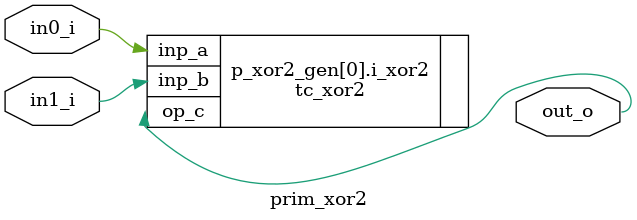
<source format=sv>

`include "prim_assert.sv"

module prim_xor2 #(
  parameter int Width = 1
) (
  input        [Width-1:0] in0_i,
  input        [Width-1:0] in1_i,
  output logic [Width-1:0] out_o
);

  // assign out_o = in0_i ^ in1_i;

  // Replacing with tech specific cell reference
  for (genvar i=0; i<Width; i++) begin : p_xor2_gen
    tc_xor2 i_xor2 (
      .inp_a (in0_i[i]),
      .inp_b (in1_i[i]),
      .op_c  (out_o[i])
      );
  end

endmodule

</source>
